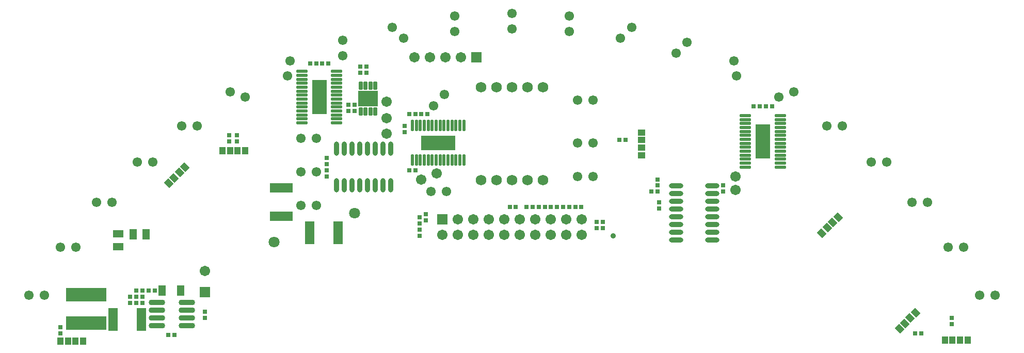
<source format=gts>
G04 Layer_Color=8388736*
%FSLAX44Y44*%
%MOMM*%
G71*
G01*
G75*
%ADD65R,0.8032X0.8032*%
%ADD66R,0.8032X0.8032*%
%ADD67O,1.9032X0.5532*%
%ADD68R,2.4032X5.7032*%
%ADD69O,2.3532X0.8032*%
%ADD70C,1.7032*%
%ADD71O,0.5532X1.9032*%
%ADD72R,5.7032X2.4032*%
G04:AMPARAMS|DCode=73|XSize=1.4032mm|YSize=0.7032mm|CornerRadius=0.2266mm|HoleSize=0mm|Usage=FLASHONLY|Rotation=90.000|XOffset=0mm|YOffset=0mm|HoleType=Round|Shape=RoundedRectangle|*
%AMROUNDEDRECTD73*
21,1,1.4032,0.2500,0,0,90.0*
21,1,0.9500,0.7032,0,0,90.0*
1,1,0.4532,0.1250,0.4750*
1,1,0.4532,0.1250,-0.4750*
1,1,0.4532,-0.1250,-0.4750*
1,1,0.4532,-0.1250,0.4750*
%
%ADD73ROUNDEDRECTD73*%
%ADD74R,3.2032X2.5032*%
%ADD75R,1.5032X3.7032*%
%ADD76O,0.8032X2.3532*%
%ADD77R,3.7032X1.5032*%
%ADD78R,6.7032X2.2032*%
%ADD79O,2.7032X0.9032*%
%ADD80R,1.3032X1.8032*%
%ADD81R,1.2032X1.7032*%
%ADD82R,1.7032X1.2032*%
%ADD83R,1.7032X1.7032*%
%ADD84C,1.8032*%
%ADD85R,1.7032X1.7032*%
%ADD86C,1.5532*%
%ADD87C,1.7272*%
%ADD88R,1.0032X1.2032*%
G04:AMPARAMS|DCode=89|XSize=1.0032mm|YSize=1.2032mm|CornerRadius=0mm|HoleSize=0mm|Usage=FLASHONLY|Rotation=45.000|XOffset=0mm|YOffset=0mm|HoleType=Round|Shape=Rectangle|*
%AMROTATEDRECTD89*
4,1,4,0.0707,-0.7801,-0.7801,0.0707,-0.0707,0.7801,0.7801,-0.0707,0.0707,-0.7801,0.0*
%
%ADD89ROTATEDRECTD89*%

%ADD90R,1.2032X1.0032*%
%ADD91C,0.9032*%
D65*
X1525000Y30000D02*
D03*
Y20000D02*
D03*
X1150000Y237500D02*
D03*
Y247500D02*
D03*
X1042500D02*
D03*
Y257500D02*
D03*
X627500Y335000D02*
D03*
Y345000D02*
D03*
X500000Y282500D02*
D03*
Y292500D02*
D03*
Y262500D02*
D03*
Y272500D02*
D03*
X340000Y330000D02*
D03*
Y320000D02*
D03*
X352500Y330000D02*
D03*
Y320000D02*
D03*
X62500Y5000D02*
D03*
Y15000D02*
D03*
X300000Y30000D02*
D03*
Y40000D02*
D03*
X197500Y55000D02*
D03*
Y65000D02*
D03*
X652500Y175000D02*
D03*
Y165000D02*
D03*
Y185000D02*
D03*
Y195000D02*
D03*
X662500Y200000D02*
D03*
Y190000D02*
D03*
X942500Y177500D02*
D03*
Y187500D02*
D03*
X952500Y177500D02*
D03*
Y187500D02*
D03*
X1045000Y209478D02*
D03*
Y219478D02*
D03*
D66*
X1475000Y5000D02*
D03*
X1465000D02*
D03*
X1200000Y377500D02*
D03*
X1210000D02*
D03*
X1220000D02*
D03*
X1230000D02*
D03*
X980000Y322500D02*
D03*
X990000D02*
D03*
X635000Y272500D02*
D03*
X645000D02*
D03*
X645000Y365000D02*
D03*
X635000D02*
D03*
X655000D02*
D03*
X665000D02*
D03*
X545000Y370000D02*
D03*
X535000D02*
D03*
X545000Y380000D02*
D03*
X535000D02*
D03*
X565000Y442500D02*
D03*
X555000D02*
D03*
X565000Y432500D02*
D03*
X555000D02*
D03*
X472500Y447500D02*
D03*
X482500D02*
D03*
X492500D02*
D03*
X502500D02*
D03*
X250000Y2500D02*
D03*
X240000D02*
D03*
X207500Y75000D02*
D03*
X217500D02*
D03*
X187500Y75000D02*
D03*
X197500D02*
D03*
X177500Y65000D02*
D03*
X187500D02*
D03*
X187500Y55000D02*
D03*
X177500D02*
D03*
X800000Y212500D02*
D03*
X810000D02*
D03*
X827500D02*
D03*
X837500D02*
D03*
X857500D02*
D03*
X847500D02*
D03*
X867500D02*
D03*
X877500D02*
D03*
X897500D02*
D03*
X887500D02*
D03*
X907500D02*
D03*
X917500D02*
D03*
X1042500Y237500D02*
D03*
X1032500D02*
D03*
D67*
X1243500Y284250D02*
D03*
Y290750D02*
D03*
Y297250D02*
D03*
Y303750D02*
D03*
Y310250D02*
D03*
Y316750D02*
D03*
Y323250D02*
D03*
Y329750D02*
D03*
Y336250D02*
D03*
Y342750D02*
D03*
Y349250D02*
D03*
Y355750D02*
D03*
Y362250D02*
D03*
Y277750D02*
D03*
X1186500Y310250D02*
D03*
Y303750D02*
D03*
Y297250D02*
D03*
Y290750D02*
D03*
Y284250D02*
D03*
Y277750D02*
D03*
Y362250D02*
D03*
Y355750D02*
D03*
Y349250D02*
D03*
Y342750D02*
D03*
Y336250D02*
D03*
Y329750D02*
D03*
Y323250D02*
D03*
Y316750D02*
D03*
X516000Y356750D02*
D03*
Y363250D02*
D03*
Y369750D02*
D03*
Y376250D02*
D03*
Y382750D02*
D03*
Y389250D02*
D03*
Y395750D02*
D03*
Y402250D02*
D03*
Y408750D02*
D03*
Y415250D02*
D03*
Y421750D02*
D03*
Y428250D02*
D03*
Y434750D02*
D03*
Y350250D02*
D03*
X459000Y382750D02*
D03*
Y376250D02*
D03*
Y369750D02*
D03*
Y363250D02*
D03*
Y356750D02*
D03*
Y350250D02*
D03*
Y434750D02*
D03*
Y428250D02*
D03*
Y421750D02*
D03*
Y415250D02*
D03*
Y408750D02*
D03*
Y402250D02*
D03*
Y395750D02*
D03*
Y389250D02*
D03*
D68*
X1215000Y320000D02*
D03*
X487500Y392500D02*
D03*
D69*
X1072500Y246950D02*
D03*
Y234250D02*
D03*
Y221550D02*
D03*
Y208850D02*
D03*
Y196150D02*
D03*
Y183450D02*
D03*
Y170750D02*
D03*
Y158050D02*
D03*
X1132500Y246950D02*
D03*
Y234250D02*
D03*
Y221550D02*
D03*
Y208850D02*
D03*
Y196150D02*
D03*
Y183450D02*
D03*
Y170750D02*
D03*
Y158050D02*
D03*
D70*
X597500Y332500D02*
D03*
Y357500D02*
D03*
Y385000D02*
D03*
X1170000Y240000D02*
D03*
Y262500D02*
D03*
X655000Y257500D02*
D03*
X680000Y267500D02*
D03*
X719600Y457500D02*
D03*
X694200D02*
D03*
X668800D02*
D03*
X643400D02*
D03*
X300000Y107500D02*
D03*
X689350Y166944D02*
D03*
X714750Y192344D02*
D03*
Y166944D02*
D03*
X740150Y192344D02*
D03*
Y166944D02*
D03*
X765550Y192344D02*
D03*
Y166944D02*
D03*
X790950Y192344D02*
D03*
Y166944D02*
D03*
X816350Y192344D02*
D03*
Y166944D02*
D03*
X841750Y192344D02*
D03*
Y166944D02*
D03*
X867150Y192344D02*
D03*
Y166944D02*
D03*
X892550Y192344D02*
D03*
Y166944D02*
D03*
X917950Y192344D02*
D03*
Y166944D02*
D03*
D71*
X718250Y346000D02*
D03*
X711750D02*
D03*
X705250D02*
D03*
X698750D02*
D03*
X692250D02*
D03*
X685750D02*
D03*
X679250D02*
D03*
X672750D02*
D03*
X666250D02*
D03*
X659750D02*
D03*
X653250D02*
D03*
X646750D02*
D03*
X640250D02*
D03*
X724750D02*
D03*
X692250Y289000D02*
D03*
X698750D02*
D03*
X705250D02*
D03*
X711750D02*
D03*
X718250D02*
D03*
X724750D02*
D03*
X640250D02*
D03*
X646750D02*
D03*
X653250D02*
D03*
X659750D02*
D03*
X666250D02*
D03*
X672750D02*
D03*
X679250D02*
D03*
X685750D02*
D03*
D72*
X682500Y317500D02*
D03*
D73*
X555500Y369000D02*
D03*
X563500D02*
D03*
X571500D02*
D03*
X579500D02*
D03*
X555500Y411000D02*
D03*
X579500D02*
D03*
X571500D02*
D03*
X563500D02*
D03*
D74*
X567500Y390000D02*
D03*
D75*
X471800Y170000D02*
D03*
X518200D02*
D03*
X149300Y27500D02*
D03*
X195700D02*
D03*
D76*
X515550Y247500D02*
D03*
X528250D02*
D03*
X540950D02*
D03*
X553650D02*
D03*
X566350D02*
D03*
X579050D02*
D03*
X591750D02*
D03*
X604450D02*
D03*
X515550Y307500D02*
D03*
X528250D02*
D03*
X540950D02*
D03*
X553650D02*
D03*
X566350D02*
D03*
X579050D02*
D03*
X591750D02*
D03*
X604450D02*
D03*
D77*
X425000Y196800D02*
D03*
Y243200D02*
D03*
D78*
X105000Y21500D02*
D03*
Y68500D02*
D03*
D79*
X221000Y55600D02*
D03*
Y42900D02*
D03*
Y30200D02*
D03*
Y17500D02*
D03*
X270000Y55600D02*
D03*
Y42900D02*
D03*
Y30200D02*
D03*
Y17500D02*
D03*
D80*
X230000Y75000D02*
D03*
X260000D02*
D03*
D81*
X203000Y167500D02*
D03*
X182000D02*
D03*
D82*
X157500Y168000D02*
D03*
Y147000D02*
D03*
D83*
X745000Y457500D02*
D03*
X689350Y192344D02*
D03*
D84*
X413443Y154617D02*
D03*
X545000Y202500D02*
D03*
D85*
X300000Y72500D02*
D03*
D86*
X1393166Y286274D02*
D03*
X1418566D02*
D03*
X1459779Y219641D02*
D03*
X1485179D02*
D03*
X1544464Y146431D02*
D03*
X1519064D02*
D03*
X1595771Y67444D02*
D03*
X1570371D02*
D03*
X365583Y392503D02*
D03*
X341714Y401190D02*
D03*
X435380Y427108D02*
D03*
X439791Y452122D02*
D03*
X625508Y488797D02*
D03*
X607548Y506757D02*
D03*
X1171917Y427128D02*
D03*
X1167506Y452142D02*
D03*
X1265583Y401210D02*
D03*
X1241714Y392523D02*
D03*
X696348Y237444D02*
D03*
X670948D02*
D03*
X674668Y378464D02*
D03*
X692629Y396424D02*
D03*
X525533Y460695D02*
D03*
Y486095D02*
D03*
X709573Y499814D02*
D03*
Y525214D02*
D03*
X803649Y504744D02*
D03*
Y530144D02*
D03*
X897724Y499814D02*
D03*
Y525214D02*
D03*
X981789Y488797D02*
D03*
X999749Y506757D02*
D03*
X910948Y387444D02*
D03*
X936348D02*
D03*
X910948Y317444D02*
D03*
X936348D02*
D03*
X910948Y262444D02*
D03*
X936348D02*
D03*
X1072784Y464414D02*
D03*
X1090744Y482375D02*
D03*
X1319955Y345539D02*
D03*
X1345355D02*
D03*
X482421Y324481D02*
D03*
X457021D02*
D03*
X482421Y269481D02*
D03*
X457021D02*
D03*
X482421Y214481D02*
D03*
X457021D02*
D03*
X287342Y345539D02*
D03*
X261942D02*
D03*
X214131Y286254D02*
D03*
X188731D02*
D03*
X147518Y219622D02*
D03*
X122118D02*
D03*
X88233Y146431D02*
D03*
X62833D02*
D03*
X36926Y67424D02*
D03*
X11526D02*
D03*
D87*
X854448Y408644D02*
D03*
X829048D02*
D03*
X803649D02*
D03*
X778249D02*
D03*
X752849D02*
D03*
X854448Y256244D02*
D03*
X829048D02*
D03*
X803649D02*
D03*
X778249D02*
D03*
X752849D02*
D03*
D88*
X100100Y-7556D02*
D03*
X87600D02*
D03*
X75100D02*
D03*
X62600D02*
D03*
X366100Y304444D02*
D03*
X353600D02*
D03*
X341100D02*
D03*
X328600D02*
D03*
X1551100Y-6556D02*
D03*
X1538600D02*
D03*
X1526100D02*
D03*
X1513600D02*
D03*
D89*
X267097Y277446D02*
D03*
X258258Y268608D02*
D03*
X249419Y259769D02*
D03*
X240580Y250930D02*
D03*
X1311853Y169193D02*
D03*
X1320692Y178032D02*
D03*
X1329531Y186871D02*
D03*
X1338370Y195710D02*
D03*
X1439104Y12443D02*
D03*
X1447942Y21282D02*
D03*
X1456781Y30121D02*
D03*
X1465620Y38960D02*
D03*
D90*
X1016350Y334440D02*
D03*
Y321940D02*
D03*
Y309440D02*
D03*
Y296940D02*
D03*
D91*
X970000Y165000D02*
D03*
M02*

</source>
